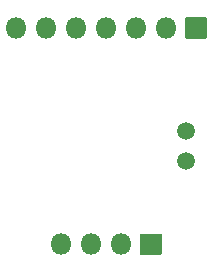
<source format=gbs>
G04 #@! TF.GenerationSoftware,KiCad,Pcbnew,(5.1.10)-1*
G04 #@! TF.CreationDate,2021-07-25T13:55:37-07:00*
G04 #@! TF.ProjectId,stat-monitor,73746174-2d6d-46f6-9e69-746f722e6b69,rev?*
G04 #@! TF.SameCoordinates,Original*
G04 #@! TF.FileFunction,Soldermask,Bot*
G04 #@! TF.FilePolarity,Negative*
%FSLAX46Y46*%
G04 Gerber Fmt 4.6, Leading zero omitted, Abs format (unit mm)*
G04 Created by KiCad (PCBNEW (5.1.10)-1) date 2021-07-25 13:55:37*
%MOMM*%
%LPD*%
G01*
G04 APERTURE LIST*
%ADD10O,1.800000X1.800000*%
%ADD11C,1.500000*%
G04 APERTURE END LIST*
D10*
X176990000Y-120300000D03*
X179530000Y-120300000D03*
X182070000Y-120300000D03*
G36*
G01*
X183760000Y-119400000D02*
X185460000Y-119400000D01*
G75*
G02*
X185510000Y-119450000I0J-50000D01*
G01*
X185510000Y-121150000D01*
G75*
G02*
X185460000Y-121200000I-50000J0D01*
G01*
X183760000Y-121200000D01*
G75*
G02*
X183710000Y-121150000I0J50000D01*
G01*
X183710000Y-119450000D01*
G75*
G02*
X183760000Y-119400000I50000J0D01*
G01*
G37*
G36*
G01*
X187570000Y-101081000D02*
X189270000Y-101081000D01*
G75*
G02*
X189320000Y-101131000I0J-50000D01*
G01*
X189320000Y-102831000D01*
G75*
G02*
X189270000Y-102881000I-50000J0D01*
G01*
X187570000Y-102881000D01*
G75*
G02*
X187520000Y-102831000I0J50000D01*
G01*
X187520000Y-101131000D01*
G75*
G02*
X187570000Y-101081000I50000J0D01*
G01*
G37*
X185880000Y-101981000D03*
X183340000Y-101981000D03*
X180800000Y-101981000D03*
X178260000Y-101981000D03*
X175720000Y-101981000D03*
X173180000Y-101981000D03*
D11*
X187579000Y-113244000D03*
X187579000Y-110744000D03*
M02*

</source>
